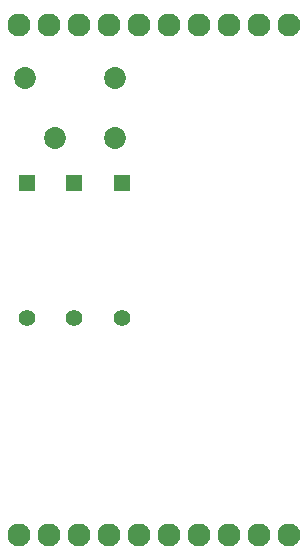
<source format=gbr>
%TF.GenerationSoftware,KiCad,Pcbnew,8.0.8*%
%TF.CreationDate,2025-04-18T10:54:44-04:00*%
%TF.ProjectId,RTDS Control Module V4.0,52544453-2043-46f6-9e74-726f6c204d6f,rev?*%
%TF.SameCoordinates,Original*%
%TF.FileFunction,Soldermask,Bot*%
%TF.FilePolarity,Negative*%
%FSLAX46Y46*%
G04 Gerber Fmt 4.6, Leading zero omitted, Abs format (unit mm)*
G04 Created by KiCad (PCBNEW 8.0.8) date 2025-04-18 10:54:44*
%MOMM*%
%LPD*%
G01*
G04 APERTURE LIST*
%ADD10R,1.397000X1.397000*%
%ADD11C,1.397000*%
%ADD12C,1.854000*%
%ADD13C,1.954000*%
G04 APERTURE END LIST*
D10*
%TO.C,R2*%
X55500000Y-38750000D03*
D11*
X55500000Y-50180000D03*
%TD*%
D12*
%TO.C,K1*%
X53890000Y-34980000D03*
X58970000Y-34980000D03*
X58970000Y-29900000D03*
X51350000Y-29900000D03*
%TD*%
D13*
%TO.C,J2*%
X50800000Y-68580000D03*
X53340000Y-68580000D03*
X55880000Y-68580000D03*
X58420000Y-68580000D03*
X60960000Y-68580000D03*
X63500000Y-68580000D03*
X66040000Y-68580000D03*
X68580000Y-68580000D03*
X71120000Y-68580000D03*
X73660000Y-68580000D03*
%TD*%
D10*
%TO.C,R1*%
X51500000Y-38785000D03*
D11*
X51500000Y-50215000D03*
%TD*%
D10*
%TO.C,R3*%
X59500000Y-38785000D03*
D11*
X59500000Y-50215000D03*
%TD*%
D13*
%TO.C,J1*%
X50800000Y-25400000D03*
X53340000Y-25400000D03*
X55880000Y-25400000D03*
X58420000Y-25400000D03*
X60960000Y-25400000D03*
X63500000Y-25400000D03*
X66040000Y-25400000D03*
X68580000Y-25400000D03*
X71120000Y-25400000D03*
X73660000Y-25400000D03*
%TD*%
M02*

</source>
